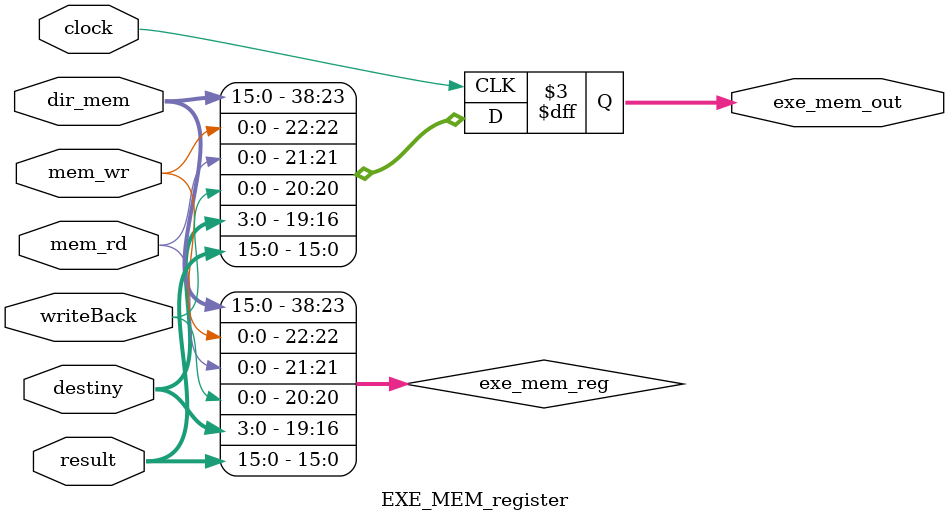
<source format=sv>
module EXE_MEM_register(
    input logic clock,
    input logic [15:0] result,
	 input logic [3:0] destiny,
    input logic writeBack,
	 input logic [15:0] dir_mem,
    input logic mem_wr,
    input logic mem_rd,
    output logic [38:0] exe_mem_out 
);

    logic [38:0] exe_mem_reg;

    always_comb begin
        exe_mem_reg = {dir_mem, mem_wr, mem_rd, writeBack, destiny, result};
    end

    always @(negedge clock) begin
        exe_mem_out = exe_mem_reg;
    end

endmodule

</source>
